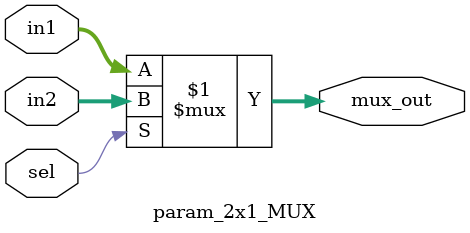
<source format=v>
`timescale 1ns / 1ps


module param_2x1_MUX#(
    parameter n = 32)(
    input [n-1 : 0] in1, in2,
    input sel,
    output [n-1 : 0] mux_out
    );
    
    assign mux_out = sel? in2 : in1;
endmodule

</source>
